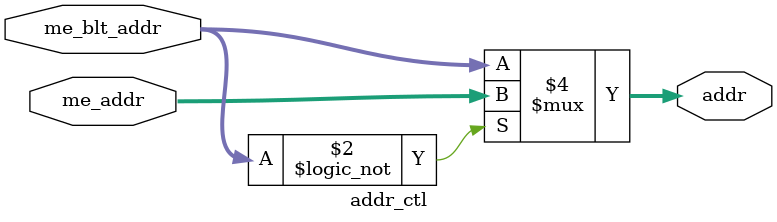
<source format=v>
`timescale 1ns / 1ps


module addr_ctl(
    input [16:0]me_blt_addr,
    input [16:0]me_addr,
    output reg [16:0]addr
    );
    
    always@*
    if(me_blt_addr==0)
        addr = me_addr;
    else
        addr = me_blt_addr;
    
endmodule

</source>
